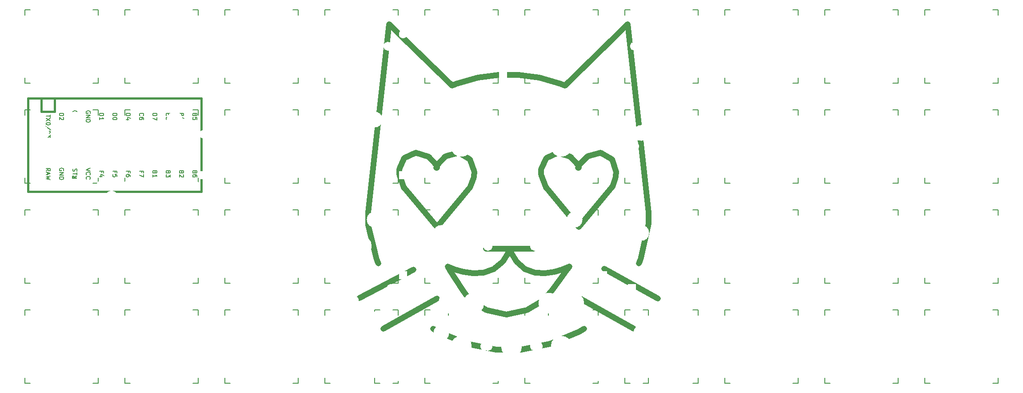
<source format=gto>
G04 #@! TF.GenerationSoftware,KiCad,Pcbnew,(5.1.12-1-10_14)*
G04 #@! TF.CreationDate,2022-04-14T21:34:18-06:00*
G04 #@! TF.ProjectId,banime40,62616e69-6d65-4343-902e-6b696361645f,rev?*
G04 #@! TF.SameCoordinates,Original*
G04 #@! TF.FileFunction,Legend,Top*
G04 #@! TF.FilePolarity,Positive*
%FSLAX46Y46*%
G04 Gerber Fmt 4.6, Leading zero omitted, Abs format (unit mm)*
G04 Created by KiCad (PCBNEW (5.1.12-1-10_14)) date 2022-04-14 21:34:18*
%MOMM*%
%LPD*%
G01*
G04 APERTURE LIST*
%ADD10C,1.102500*%
%ADD11C,0.381000*%
%ADD12C,0.150000*%
%ADD13C,1.752600*%
%ADD14R,1.752600X1.752600*%
%ADD15C,1.701800*%
%ADD16C,3.987800*%
%ADD17C,3.000000*%
%ADD18C,3.048000*%
%ADD19C,2.200000*%
%ADD20R,1.600000X1.600000*%
%ADD21C,1.600000*%
G04 APERTURE END LIST*
D10*
X162337970Y-99256120D02*
X162645620Y-98498545D01*
X109040495Y-105835840D02*
X119402526Y-100389910D01*
X112401545Y-98498545D02*
X112703421Y-99256120D01*
X110812055Y-91919035D02*
X112401545Y-98498545D01*
X110812055Y-89475160D02*
X110812055Y-91919035D01*
X114788406Y-53671840D02*
X110812055Y-89475160D01*
X126791060Y-65378500D02*
X114788406Y-53671840D01*
X127571525Y-65048065D02*
X126791060Y-65378500D01*
X131695820Y-63857470D02*
X127571525Y-65048065D01*
X135643715Y-63333310D02*
X131695820Y-63857470D01*
X136953905Y-63333310D02*
X135643715Y-63333310D01*
X138093155Y-63333310D02*
X136953905Y-63333310D01*
X139409120Y-63333310D02*
X138093155Y-63333310D01*
X143356805Y-63857470D02*
X139409120Y-63333310D01*
X147475430Y-65048065D02*
X143356805Y-63857470D01*
X148256000Y-65378500D02*
X147475430Y-65048065D01*
X160253090Y-53671840D02*
X148256000Y-65378500D01*
X164235005Y-89475160D02*
X160253090Y-53671840D01*
X164235005Y-91730980D02*
X164235005Y-89475160D01*
X128027225Y-78184405D02*
X130175000Y-79375000D01*
X125526545Y-78811045D02*
X128027225Y-78184405D01*
X123959840Y-80406205D02*
X125526545Y-78811045D01*
X123714980Y-81049855D02*
X123959840Y-80406205D01*
X150739670Y-80434660D02*
X150938960Y-81049855D01*
X149292665Y-78868060D02*
X150739670Y-80434660D01*
X146894465Y-78167395D02*
X149292665Y-78868060D01*
X144712670Y-79141480D02*
X146894465Y-78167395D01*
X143732810Y-81277705D02*
X144712670Y-79141480D01*
X143715696Y-81995485D02*
X143732810Y-81277705D01*
X143715696Y-82263235D02*
X143715696Y-81995485D01*
X144615860Y-84724120D02*
X143715696Y-82263235D01*
X144786695Y-84929185D02*
X144615860Y-84724120D01*
X150938960Y-92317720D02*
X144786695Y-84929185D01*
X157211030Y-84741235D02*
X150938960Y-92317720D01*
X157319180Y-84581635D02*
X157211030Y-84741235D01*
X157957265Y-82793065D02*
X157319180Y-84581635D01*
X157968710Y-82605010D02*
X157957265Y-82793065D01*
X158019950Y-81813205D02*
X157968710Y-82605010D01*
X157216700Y-79375000D02*
X158019950Y-81813205D01*
X155069135Y-78184405D02*
X157216700Y-79375000D01*
X152568245Y-78811045D02*
X155069135Y-78184405D01*
X151001750Y-80406205D02*
X152568245Y-78811045D01*
X150756680Y-81049855D02*
X151001750Y-80406205D01*
X161392340Y-111640660D02*
X151161245Y-105955435D01*
X165938210Y-105955435D02*
X155707115Y-100270315D01*
X124125006Y-112290086D02*
X123122466Y-111663446D01*
X129639500Y-114580135D02*
X124125006Y-112290086D01*
X135125225Y-115616905D02*
X129639500Y-114580135D01*
X136953905Y-115616905D02*
X135125225Y-115616905D01*
X138093155Y-115616905D02*
X136953905Y-115616905D01*
X139921835Y-115616905D02*
X138093155Y-115616905D01*
X145407665Y-114580135D02*
X139921835Y-115616905D01*
X150916280Y-112290086D02*
X145407665Y-114580135D01*
X151918820Y-111663446D02*
X150916280Y-112290086D01*
X113654615Y-111640660D02*
X123880250Y-105955435D01*
X149099045Y-99848635D02*
X149099045Y-99848635D01*
X149099045Y-99848635D02*
X149099045Y-99848635D01*
X148552100Y-100617655D02*
X149099045Y-99848635D01*
X147270365Y-102395095D02*
X148552100Y-100617655D01*
X145795010Y-104343265D02*
X147270365Y-102395095D01*
X144929075Y-105408595D02*
X145795010Y-104343265D01*
X144672875Y-105647890D02*
X144929075Y-105408595D01*
X143869625Y-106388455D02*
X144672875Y-105647890D01*
X140987060Y-108103105D02*
X143869625Y-106388455D01*
X137096390Y-108968935D02*
X140987060Y-108103105D01*
X133256750Y-108137230D02*
X137096390Y-108968935D01*
X130459760Y-106308655D02*
X133256750Y-108137230D01*
X129719195Y-105522520D02*
X130459760Y-106308655D01*
X129502685Y-105289000D02*
X129719195Y-105522520D01*
X128756450Y-104229340D02*
X129502685Y-105289000D01*
X127486055Y-102309625D02*
X128756450Y-104229340D01*
X126380930Y-100555075D02*
X127486055Y-102309625D01*
X125902445Y-99797290D02*
X126380930Y-100555075D01*
X125902445Y-99797290D02*
X125902445Y-99797290D01*
X125902445Y-99797290D02*
X125902445Y-99797290D01*
X126295460Y-99973900D02*
X125902445Y-99797290D01*
X127355120Y-100389910D02*
X126295460Y-99973900D01*
X128893265Y-100828495D02*
X127355120Y-100389910D01*
X130750295Y-101101915D02*
X128893265Y-100828495D01*
X132738365Y-100999435D02*
X130750295Y-101101915D01*
X134680865Y-100315780D02*
X132738365Y-100999435D01*
X136401290Y-98863106D02*
X134680865Y-100315780D01*
X137495075Y-97074536D02*
X136401290Y-98863106D01*
X137722820Y-96436451D02*
X137495075Y-97074536D01*
X137956445Y-97074536D02*
X137722820Y-96436451D01*
X139033115Y-98868776D02*
X137956445Y-97074536D01*
X140702195Y-100327120D02*
X139033115Y-98868776D01*
X142576445Y-101010775D02*
X140702195Y-100327120D01*
X144479150Y-101124700D02*
X142576445Y-101010775D01*
X146250710Y-100868290D02*
X144479150Y-101124700D01*
X147726170Y-100435375D02*
X146250710Y-100868290D01*
X148728710Y-100025245D02*
X147726170Y-100435375D01*
X149099045Y-99848635D02*
X148728710Y-100025245D01*
X149099045Y-99848635D02*
X149099045Y-99848635D01*
X142274465Y-96436451D02*
X133171280Y-96436451D01*
X123703640Y-80434660D02*
X123902930Y-81049855D01*
X122256635Y-78868060D02*
X123703640Y-80434660D01*
X119852556Y-78167395D02*
X122256635Y-78868060D01*
X117670760Y-79141480D02*
X119852556Y-78167395D01*
X116691005Y-81277705D02*
X117670760Y-79141480D01*
X116673890Y-81995485D02*
X116691005Y-81277705D01*
X116673890Y-82263235D02*
X116673890Y-81995485D01*
X117573950Y-84724120D02*
X116673890Y-82263235D01*
X117744891Y-84929185D02*
X117573950Y-84724120D01*
X123902930Y-92317720D02*
X117744891Y-84929185D01*
X130169225Y-84741235D02*
X123902930Y-92317720D01*
X130277480Y-84581635D02*
X130169225Y-84741235D01*
X130915460Y-82793065D02*
X130277480Y-84581635D01*
X162645620Y-98498545D02*
X164235005Y-91730980D01*
X130926905Y-82605010D02*
X130915460Y-82793065D01*
X130978040Y-81813205D02*
X130926905Y-82605010D01*
X130175000Y-79375000D02*
X130978040Y-81813205D01*
D11*
G04 #@! TO.C,U1*
X51100000Y-70400000D02*
X51100000Y-67860000D01*
X48560000Y-70400000D02*
X51100000Y-70400000D01*
D12*
G36*
X54849030Y-82794635D02*
G01*
X54949030Y-82794635D01*
X54949030Y-82894635D01*
X54849030Y-82894635D01*
X54849030Y-82794635D01*
G37*
X54849030Y-82794635D02*
X54949030Y-82794635D01*
X54949030Y-82894635D01*
X54849030Y-82894635D01*
X54849030Y-82794635D01*
G36*
X54449030Y-82994635D02*
G01*
X55249030Y-82994635D01*
X55249030Y-83094635D01*
X54449030Y-83094635D01*
X54449030Y-82994635D01*
G37*
X54449030Y-82994635D02*
X55249030Y-82994635D01*
X55249030Y-83094635D01*
X54449030Y-83094635D01*
X54449030Y-82994635D01*
G36*
X55049030Y-82594635D02*
G01*
X55249030Y-82594635D01*
X55249030Y-82694635D01*
X55049030Y-82694635D01*
X55049030Y-82594635D01*
G37*
X55049030Y-82594635D02*
X55249030Y-82594635D01*
X55249030Y-82694635D01*
X55049030Y-82694635D01*
X55049030Y-82594635D01*
G36*
X54449030Y-82594635D02*
G01*
X54749030Y-82594635D01*
X54749030Y-82694635D01*
X54449030Y-82694635D01*
X54449030Y-82594635D01*
G37*
X54449030Y-82594635D02*
X54749030Y-82594635D01*
X54749030Y-82694635D01*
X54449030Y-82694635D01*
X54449030Y-82594635D01*
G36*
X54449030Y-82594635D02*
G01*
X54549030Y-82594635D01*
X54549030Y-83094635D01*
X54449030Y-83094635D01*
X54449030Y-82594635D01*
G37*
X54449030Y-82594635D02*
X54549030Y-82594635D01*
X54549030Y-83094635D01*
X54449030Y-83094635D01*
X54449030Y-82594635D01*
D11*
X79040000Y-85640000D02*
X46020000Y-85640000D01*
X79040000Y-67860000D02*
X79040000Y-85640000D01*
X46020000Y-67860000D02*
X79040000Y-67860000D01*
X46020000Y-85640000D02*
X46020000Y-67860000D01*
X48560000Y-70400000D02*
X48560000Y-67860000D01*
D12*
G04 #@! TO.C,SW2*
X197787500Y-51943750D02*
X197787500Y-50943750D01*
X197787500Y-64943750D02*
X198787500Y-64943750D01*
X198787500Y-50943750D02*
X197787500Y-50943750D01*
X197787500Y-64943750D02*
X197787500Y-63943750D01*
X211787500Y-63943750D02*
X211787500Y-64943750D01*
X211787500Y-50943750D02*
X210787500Y-50943750D01*
X210787500Y-64943750D02*
X211787500Y-64943750D01*
X211787500Y-50943750D02*
X211787500Y-51943750D01*
G04 #@! TO.C,SW3*
X178737500Y-51943750D02*
X178737500Y-50943750D01*
X178737500Y-64943750D02*
X179737500Y-64943750D01*
X179737500Y-50943750D02*
X178737500Y-50943750D01*
X178737500Y-64943750D02*
X178737500Y-63943750D01*
X192737500Y-63943750D02*
X192737500Y-64943750D01*
X192737500Y-50943750D02*
X191737500Y-50943750D01*
X191737500Y-64943750D02*
X192737500Y-64943750D01*
X192737500Y-50943750D02*
X192737500Y-51943750D01*
G04 #@! TO.C,SW11*
X216837500Y-70993750D02*
X216837500Y-69993750D01*
X216837500Y-83993750D02*
X217837500Y-83993750D01*
X217837500Y-69993750D02*
X216837500Y-69993750D01*
X216837500Y-83993750D02*
X216837500Y-82993750D01*
X230837500Y-82993750D02*
X230837500Y-83993750D01*
X230837500Y-69993750D02*
X229837500Y-69993750D01*
X229837500Y-83993750D02*
X230837500Y-83993750D01*
X230837500Y-69993750D02*
X230837500Y-70993750D01*
G04 #@! TO.C,SW43*
X145112500Y-121093750D02*
X145112500Y-122093750D01*
X145112500Y-108093750D02*
X144112500Y-108093750D01*
X144112500Y-122093750D02*
X145112500Y-122093750D01*
X145112500Y-108093750D02*
X145112500Y-109093750D01*
X131112500Y-109093750D02*
X131112500Y-108093750D01*
X131112500Y-122093750D02*
X132112500Y-122093750D01*
X132112500Y-108093750D02*
X131112500Y-108093750D01*
X131112500Y-122093750D02*
X131112500Y-121093750D01*
G04 #@! TO.C,SW42*
X126062500Y-121093750D02*
X126062500Y-122093750D01*
X126062500Y-108093750D02*
X125062500Y-108093750D01*
X125062500Y-122093750D02*
X126062500Y-122093750D01*
X126062500Y-108093750D02*
X126062500Y-109093750D01*
X112062500Y-109093750D02*
X112062500Y-108093750D01*
X112062500Y-122093750D02*
X113062500Y-122093750D01*
X113062500Y-108093750D02*
X112062500Y-108093750D01*
X112062500Y-122093750D02*
X112062500Y-121093750D01*
G04 #@! TO.C,SW41*
X164162500Y-121093750D02*
X164162500Y-122093750D01*
X164162500Y-108093750D02*
X163162500Y-108093750D01*
X163162500Y-122093750D02*
X164162500Y-122093750D01*
X164162500Y-108093750D02*
X164162500Y-109093750D01*
X150162500Y-109093750D02*
X150162500Y-108093750D01*
X150162500Y-122093750D02*
X151162500Y-122093750D01*
X151162500Y-108093750D02*
X150162500Y-108093750D01*
X150162500Y-122093750D02*
X150162500Y-121093750D01*
G04 #@! TO.C,SW40*
X45387500Y-109093750D02*
X45387500Y-108093750D01*
X45387500Y-122093750D02*
X46387500Y-122093750D01*
X46387500Y-108093750D02*
X45387500Y-108093750D01*
X45387500Y-122093750D02*
X45387500Y-121093750D01*
X59387500Y-121093750D02*
X59387500Y-122093750D01*
X59387500Y-108093750D02*
X58387500Y-108093750D01*
X58387500Y-122093750D02*
X59387500Y-122093750D01*
X59387500Y-108093750D02*
X59387500Y-109093750D01*
G04 #@! TO.C,SW39*
X64437500Y-109093750D02*
X64437500Y-108093750D01*
X64437500Y-122093750D02*
X65437500Y-122093750D01*
X65437500Y-108093750D02*
X64437500Y-108093750D01*
X64437500Y-122093750D02*
X64437500Y-121093750D01*
X78437500Y-121093750D02*
X78437500Y-122093750D01*
X78437500Y-108093750D02*
X77437500Y-108093750D01*
X77437500Y-122093750D02*
X78437500Y-122093750D01*
X78437500Y-108093750D02*
X78437500Y-109093750D01*
G04 #@! TO.C,SW38*
X83487500Y-109093750D02*
X83487500Y-108093750D01*
X83487500Y-122093750D02*
X84487500Y-122093750D01*
X84487500Y-108093750D02*
X83487500Y-108093750D01*
X83487500Y-122093750D02*
X83487500Y-121093750D01*
X97487500Y-121093750D02*
X97487500Y-122093750D01*
X97487500Y-108093750D02*
X96487500Y-108093750D01*
X96487500Y-122093750D02*
X97487500Y-122093750D01*
X97487500Y-108093750D02*
X97487500Y-109093750D01*
G04 #@! TO.C,SW37*
X102537500Y-109093750D02*
X102537500Y-108093750D01*
X102537500Y-122093750D02*
X103537500Y-122093750D01*
X103537500Y-108093750D02*
X102537500Y-108093750D01*
X102537500Y-122093750D02*
X102537500Y-121093750D01*
X116537500Y-121093750D02*
X116537500Y-122093750D01*
X116537500Y-108093750D02*
X115537500Y-108093750D01*
X115537500Y-122093750D02*
X116537500Y-122093750D01*
X116537500Y-108093750D02*
X116537500Y-109093750D01*
G04 #@! TO.C,SW36*
X121587500Y-109093750D02*
X121587500Y-108093750D01*
X121587500Y-122093750D02*
X122587500Y-122093750D01*
X122587500Y-108093750D02*
X121587500Y-108093750D01*
X121587500Y-122093750D02*
X121587500Y-121093750D01*
X135587500Y-121093750D02*
X135587500Y-122093750D01*
X135587500Y-108093750D02*
X134587500Y-108093750D01*
X134587500Y-122093750D02*
X135587500Y-122093750D01*
X135587500Y-108093750D02*
X135587500Y-109093750D01*
G04 #@! TO.C,SW35*
X140637500Y-109093750D02*
X140637500Y-108093750D01*
X140637500Y-122093750D02*
X141637500Y-122093750D01*
X141637500Y-108093750D02*
X140637500Y-108093750D01*
X140637500Y-122093750D02*
X140637500Y-121093750D01*
X154637500Y-121093750D02*
X154637500Y-122093750D01*
X154637500Y-108093750D02*
X153637500Y-108093750D01*
X153637500Y-122093750D02*
X154637500Y-122093750D01*
X154637500Y-108093750D02*
X154637500Y-109093750D01*
G04 #@! TO.C,SW34*
X159687500Y-109093750D02*
X159687500Y-108093750D01*
X159687500Y-122093750D02*
X160687500Y-122093750D01*
X160687500Y-108093750D02*
X159687500Y-108093750D01*
X159687500Y-122093750D02*
X159687500Y-121093750D01*
X173687500Y-121093750D02*
X173687500Y-122093750D01*
X173687500Y-108093750D02*
X172687500Y-108093750D01*
X172687500Y-122093750D02*
X173687500Y-122093750D01*
X173687500Y-108093750D02*
X173687500Y-109093750D01*
G04 #@! TO.C,SW33*
X178737500Y-109093750D02*
X178737500Y-108093750D01*
X178737500Y-122093750D02*
X179737500Y-122093750D01*
X179737500Y-108093750D02*
X178737500Y-108093750D01*
X178737500Y-122093750D02*
X178737500Y-121093750D01*
X192737500Y-121093750D02*
X192737500Y-122093750D01*
X192737500Y-108093750D02*
X191737500Y-108093750D01*
X191737500Y-122093750D02*
X192737500Y-122093750D01*
X192737500Y-108093750D02*
X192737500Y-109093750D01*
G04 #@! TO.C,SW32*
X197787500Y-109093750D02*
X197787500Y-108093750D01*
X197787500Y-122093750D02*
X198787500Y-122093750D01*
X198787500Y-108093750D02*
X197787500Y-108093750D01*
X197787500Y-122093750D02*
X197787500Y-121093750D01*
X211787500Y-121093750D02*
X211787500Y-122093750D01*
X211787500Y-108093750D02*
X210787500Y-108093750D01*
X210787500Y-122093750D02*
X211787500Y-122093750D01*
X211787500Y-108093750D02*
X211787500Y-109093750D01*
G04 #@! TO.C,SW31*
X216837500Y-109093750D02*
X216837500Y-108093750D01*
X216837500Y-122093750D02*
X217837500Y-122093750D01*
X217837500Y-108093750D02*
X216837500Y-108093750D01*
X216837500Y-122093750D02*
X216837500Y-121093750D01*
X230837500Y-121093750D02*
X230837500Y-122093750D01*
X230837500Y-108093750D02*
X229837500Y-108093750D01*
X229837500Y-122093750D02*
X230837500Y-122093750D01*
X230837500Y-108093750D02*
X230837500Y-109093750D01*
G04 #@! TO.C,SW30*
X45387500Y-90043750D02*
X45387500Y-89043750D01*
X45387500Y-103043750D02*
X46387500Y-103043750D01*
X46387500Y-89043750D02*
X45387500Y-89043750D01*
X45387500Y-103043750D02*
X45387500Y-102043750D01*
X59387500Y-102043750D02*
X59387500Y-103043750D01*
X59387500Y-89043750D02*
X58387500Y-89043750D01*
X58387500Y-103043750D02*
X59387500Y-103043750D01*
X59387500Y-89043750D02*
X59387500Y-90043750D01*
G04 #@! TO.C,SW29*
X64437500Y-90043750D02*
X64437500Y-89043750D01*
X64437500Y-103043750D02*
X65437500Y-103043750D01*
X65437500Y-89043750D02*
X64437500Y-89043750D01*
X64437500Y-103043750D02*
X64437500Y-102043750D01*
X78437500Y-102043750D02*
X78437500Y-103043750D01*
X78437500Y-89043750D02*
X77437500Y-89043750D01*
X77437500Y-103043750D02*
X78437500Y-103043750D01*
X78437500Y-89043750D02*
X78437500Y-90043750D01*
G04 #@! TO.C,SW28*
X83487500Y-90043750D02*
X83487500Y-89043750D01*
X83487500Y-103043750D02*
X84487500Y-103043750D01*
X84487500Y-89043750D02*
X83487500Y-89043750D01*
X83487500Y-103043750D02*
X83487500Y-102043750D01*
X97487500Y-102043750D02*
X97487500Y-103043750D01*
X97487500Y-89043750D02*
X96487500Y-89043750D01*
X96487500Y-103043750D02*
X97487500Y-103043750D01*
X97487500Y-89043750D02*
X97487500Y-90043750D01*
G04 #@! TO.C,SW27*
X102537500Y-90043750D02*
X102537500Y-89043750D01*
X102537500Y-103043750D02*
X103537500Y-103043750D01*
X103537500Y-89043750D02*
X102537500Y-89043750D01*
X102537500Y-103043750D02*
X102537500Y-102043750D01*
X116537500Y-102043750D02*
X116537500Y-103043750D01*
X116537500Y-89043750D02*
X115537500Y-89043750D01*
X115537500Y-103043750D02*
X116537500Y-103043750D01*
X116537500Y-89043750D02*
X116537500Y-90043750D01*
G04 #@! TO.C,SW26*
X121587500Y-90043750D02*
X121587500Y-89043750D01*
X121587500Y-103043750D02*
X122587500Y-103043750D01*
X122587500Y-89043750D02*
X121587500Y-89043750D01*
X121587500Y-103043750D02*
X121587500Y-102043750D01*
X135587500Y-102043750D02*
X135587500Y-103043750D01*
X135587500Y-89043750D02*
X134587500Y-89043750D01*
X134587500Y-103043750D02*
X135587500Y-103043750D01*
X135587500Y-89043750D02*
X135587500Y-90043750D01*
G04 #@! TO.C,SW25*
X140637500Y-90043750D02*
X140637500Y-89043750D01*
X140637500Y-103043750D02*
X141637500Y-103043750D01*
X141637500Y-89043750D02*
X140637500Y-89043750D01*
X140637500Y-103043750D02*
X140637500Y-102043750D01*
X154637500Y-102043750D02*
X154637500Y-103043750D01*
X154637500Y-89043750D02*
X153637500Y-89043750D01*
X153637500Y-103043750D02*
X154637500Y-103043750D01*
X154637500Y-89043750D02*
X154637500Y-90043750D01*
G04 #@! TO.C,SW24*
X159687500Y-90043750D02*
X159687500Y-89043750D01*
X159687500Y-103043750D02*
X160687500Y-103043750D01*
X160687500Y-89043750D02*
X159687500Y-89043750D01*
X159687500Y-103043750D02*
X159687500Y-102043750D01*
X173687500Y-102043750D02*
X173687500Y-103043750D01*
X173687500Y-89043750D02*
X172687500Y-89043750D01*
X172687500Y-103043750D02*
X173687500Y-103043750D01*
X173687500Y-89043750D02*
X173687500Y-90043750D01*
G04 #@! TO.C,SW23*
X178737500Y-90043750D02*
X178737500Y-89043750D01*
X178737500Y-103043750D02*
X179737500Y-103043750D01*
X179737500Y-89043750D02*
X178737500Y-89043750D01*
X178737500Y-103043750D02*
X178737500Y-102043750D01*
X192737500Y-102043750D02*
X192737500Y-103043750D01*
X192737500Y-89043750D02*
X191737500Y-89043750D01*
X191737500Y-103043750D02*
X192737500Y-103043750D01*
X192737500Y-89043750D02*
X192737500Y-90043750D01*
G04 #@! TO.C,SW22*
X197787500Y-90043750D02*
X197787500Y-89043750D01*
X197787500Y-103043750D02*
X198787500Y-103043750D01*
X198787500Y-89043750D02*
X197787500Y-89043750D01*
X197787500Y-103043750D02*
X197787500Y-102043750D01*
X211787500Y-102043750D02*
X211787500Y-103043750D01*
X211787500Y-89043750D02*
X210787500Y-89043750D01*
X210787500Y-103043750D02*
X211787500Y-103043750D01*
X211787500Y-89043750D02*
X211787500Y-90043750D01*
G04 #@! TO.C,SW21*
X216837500Y-90043750D02*
X216837500Y-89043750D01*
X216837500Y-103043750D02*
X217837500Y-103043750D01*
X217837500Y-89043750D02*
X216837500Y-89043750D01*
X216837500Y-103043750D02*
X216837500Y-102043750D01*
X230837500Y-102043750D02*
X230837500Y-103043750D01*
X230837500Y-89043750D02*
X229837500Y-89043750D01*
X229837500Y-103043750D02*
X230837500Y-103043750D01*
X230837500Y-89043750D02*
X230837500Y-90043750D01*
G04 #@! TO.C,SW20*
X45387500Y-70993750D02*
X45387500Y-69993750D01*
X45387500Y-83993750D02*
X46387500Y-83993750D01*
X46387500Y-69993750D02*
X45387500Y-69993750D01*
X45387500Y-83993750D02*
X45387500Y-82993750D01*
X59387500Y-82993750D02*
X59387500Y-83993750D01*
X59387500Y-69993750D02*
X58387500Y-69993750D01*
X58387500Y-83993750D02*
X59387500Y-83993750D01*
X59387500Y-69993750D02*
X59387500Y-70993750D01*
G04 #@! TO.C,SW19*
X64437500Y-70993750D02*
X64437500Y-69993750D01*
X64437500Y-83993750D02*
X65437500Y-83993750D01*
X65437500Y-69993750D02*
X64437500Y-69993750D01*
X64437500Y-83993750D02*
X64437500Y-82993750D01*
X78437500Y-82993750D02*
X78437500Y-83993750D01*
X78437500Y-69993750D02*
X77437500Y-69993750D01*
X77437500Y-83993750D02*
X78437500Y-83993750D01*
X78437500Y-69993750D02*
X78437500Y-70993750D01*
G04 #@! TO.C,SW18*
X83487500Y-70993750D02*
X83487500Y-69993750D01*
X83487500Y-83993750D02*
X84487500Y-83993750D01*
X84487500Y-69993750D02*
X83487500Y-69993750D01*
X83487500Y-83993750D02*
X83487500Y-82993750D01*
X97487500Y-82993750D02*
X97487500Y-83993750D01*
X97487500Y-69993750D02*
X96487500Y-69993750D01*
X96487500Y-83993750D02*
X97487500Y-83993750D01*
X97487500Y-69993750D02*
X97487500Y-70993750D01*
G04 #@! TO.C,SW17*
X102537500Y-70993750D02*
X102537500Y-69993750D01*
X102537500Y-83993750D02*
X103537500Y-83993750D01*
X103537500Y-69993750D02*
X102537500Y-69993750D01*
X102537500Y-83993750D02*
X102537500Y-82993750D01*
X116537500Y-82993750D02*
X116537500Y-83993750D01*
X116537500Y-69993750D02*
X115537500Y-69993750D01*
X115537500Y-83993750D02*
X116537500Y-83993750D01*
X116537500Y-69993750D02*
X116537500Y-70993750D01*
G04 #@! TO.C,SW16*
X121587500Y-70993750D02*
X121587500Y-69993750D01*
X121587500Y-83993750D02*
X122587500Y-83993750D01*
X122587500Y-69993750D02*
X121587500Y-69993750D01*
X121587500Y-83993750D02*
X121587500Y-82993750D01*
X135587500Y-82993750D02*
X135587500Y-83993750D01*
X135587500Y-69993750D02*
X134587500Y-69993750D01*
X134587500Y-83993750D02*
X135587500Y-83993750D01*
X135587500Y-69993750D02*
X135587500Y-70993750D01*
G04 #@! TO.C,SW15*
X140637500Y-70993750D02*
X140637500Y-69993750D01*
X140637500Y-83993750D02*
X141637500Y-83993750D01*
X141637500Y-69993750D02*
X140637500Y-69993750D01*
X140637500Y-83993750D02*
X140637500Y-82993750D01*
X154637500Y-82993750D02*
X154637500Y-83993750D01*
X154637500Y-69993750D02*
X153637500Y-69993750D01*
X153637500Y-83993750D02*
X154637500Y-83993750D01*
X154637500Y-69993750D02*
X154637500Y-70993750D01*
G04 #@! TO.C,SW14*
X159687500Y-70993750D02*
X159687500Y-69993750D01*
X159687500Y-83993750D02*
X160687500Y-83993750D01*
X160687500Y-69993750D02*
X159687500Y-69993750D01*
X159687500Y-83993750D02*
X159687500Y-82993750D01*
X173687500Y-82993750D02*
X173687500Y-83993750D01*
X173687500Y-69993750D02*
X172687500Y-69993750D01*
X172687500Y-83993750D02*
X173687500Y-83993750D01*
X173687500Y-69993750D02*
X173687500Y-70993750D01*
G04 #@! TO.C,SW13*
X178737500Y-70993750D02*
X178737500Y-69993750D01*
X178737500Y-83993750D02*
X179737500Y-83993750D01*
X179737500Y-69993750D02*
X178737500Y-69993750D01*
X178737500Y-83993750D02*
X178737500Y-82993750D01*
X192737500Y-82993750D02*
X192737500Y-83993750D01*
X192737500Y-69993750D02*
X191737500Y-69993750D01*
X191737500Y-83993750D02*
X192737500Y-83993750D01*
X192737500Y-69993750D02*
X192737500Y-70993750D01*
G04 #@! TO.C,SW12*
X197787500Y-70993750D02*
X197787500Y-69993750D01*
X197787500Y-83993750D02*
X198787500Y-83993750D01*
X198787500Y-69993750D02*
X197787500Y-69993750D01*
X197787500Y-83993750D02*
X197787500Y-82993750D01*
X211787500Y-82993750D02*
X211787500Y-83993750D01*
X211787500Y-69993750D02*
X210787500Y-69993750D01*
X210787500Y-83993750D02*
X211787500Y-83993750D01*
X211787500Y-69993750D02*
X211787500Y-70993750D01*
G04 #@! TO.C,SW10*
X45387500Y-51943750D02*
X45387500Y-50943750D01*
X45387500Y-64943750D02*
X46387500Y-64943750D01*
X46387500Y-50943750D02*
X45387500Y-50943750D01*
X45387500Y-64943750D02*
X45387500Y-63943750D01*
X59387500Y-63943750D02*
X59387500Y-64943750D01*
X59387500Y-50943750D02*
X58387500Y-50943750D01*
X58387500Y-64943750D02*
X59387500Y-64943750D01*
X59387500Y-50943750D02*
X59387500Y-51943750D01*
G04 #@! TO.C,SW9*
X64437500Y-51943750D02*
X64437500Y-50943750D01*
X64437500Y-64943750D02*
X65437500Y-64943750D01*
X65437500Y-50943750D02*
X64437500Y-50943750D01*
X64437500Y-64943750D02*
X64437500Y-63943750D01*
X78437500Y-63943750D02*
X78437500Y-64943750D01*
X78437500Y-50943750D02*
X77437500Y-50943750D01*
X77437500Y-64943750D02*
X78437500Y-64943750D01*
X78437500Y-50943750D02*
X78437500Y-51943750D01*
G04 #@! TO.C,SW8*
X83487500Y-51943750D02*
X83487500Y-50943750D01*
X83487500Y-64943750D02*
X84487500Y-64943750D01*
X84487500Y-50943750D02*
X83487500Y-50943750D01*
X83487500Y-64943750D02*
X83487500Y-63943750D01*
X97487500Y-63943750D02*
X97487500Y-64943750D01*
X97487500Y-50943750D02*
X96487500Y-50943750D01*
X96487500Y-64943750D02*
X97487500Y-64943750D01*
X97487500Y-50943750D02*
X97487500Y-51943750D01*
G04 #@! TO.C,SW7*
X102537500Y-51943750D02*
X102537500Y-50943750D01*
X102537500Y-64943750D02*
X103537500Y-64943750D01*
X103537500Y-50943750D02*
X102537500Y-50943750D01*
X102537500Y-64943750D02*
X102537500Y-63943750D01*
X116537500Y-63943750D02*
X116537500Y-64943750D01*
X116537500Y-50943750D02*
X115537500Y-50943750D01*
X115537500Y-64943750D02*
X116537500Y-64943750D01*
X116537500Y-50943750D02*
X116537500Y-51943750D01*
G04 #@! TO.C,SW6*
X121587500Y-51943750D02*
X121587500Y-50943750D01*
X121587500Y-64943750D02*
X122587500Y-64943750D01*
X122587500Y-50943750D02*
X121587500Y-50943750D01*
X121587500Y-64943750D02*
X121587500Y-63943750D01*
X135587500Y-63943750D02*
X135587500Y-64943750D01*
X135587500Y-50943750D02*
X134587500Y-50943750D01*
X134587500Y-64943750D02*
X135587500Y-64943750D01*
X135587500Y-50943750D02*
X135587500Y-51943750D01*
G04 #@! TO.C,SW5*
X140637500Y-51943750D02*
X140637500Y-50943750D01*
X140637500Y-64943750D02*
X141637500Y-64943750D01*
X141637500Y-50943750D02*
X140637500Y-50943750D01*
X140637500Y-64943750D02*
X140637500Y-63943750D01*
X154637500Y-63943750D02*
X154637500Y-64943750D01*
X154637500Y-50943750D02*
X153637500Y-50943750D01*
X153637500Y-64943750D02*
X154637500Y-64943750D01*
X154637500Y-50943750D02*
X154637500Y-51943750D01*
G04 #@! TO.C,SW4*
X159687500Y-51943750D02*
X159687500Y-50943750D01*
X159687500Y-64943750D02*
X160687500Y-64943750D01*
X160687500Y-50943750D02*
X159687500Y-50943750D01*
X159687500Y-64943750D02*
X159687500Y-63943750D01*
X173687500Y-63943750D02*
X173687500Y-64943750D01*
X173687500Y-50943750D02*
X172687500Y-50943750D01*
X172687500Y-64943750D02*
X173687500Y-64943750D01*
X173687500Y-50943750D02*
X173687500Y-51943750D01*
G04 #@! TO.C,SW1*
X216837500Y-51943750D02*
X216837500Y-50943750D01*
X216837500Y-64943750D02*
X217837500Y-64943750D01*
X217837500Y-50943750D02*
X216837500Y-50943750D01*
X216837500Y-64943750D02*
X216837500Y-63943750D01*
X230837500Y-63943750D02*
X230837500Y-64943750D01*
X230837500Y-50943750D02*
X229837500Y-50943750D01*
X229837500Y-64943750D02*
X230837500Y-64943750D01*
X230837500Y-50943750D02*
X230837500Y-51943750D01*
G04 #@! TO.C,U1*
X54566190Y-81256666D02*
X54528095Y-81370952D01*
X54528095Y-81561428D01*
X54566190Y-81637619D01*
X54604285Y-81675714D01*
X54680476Y-81713809D01*
X54756666Y-81713809D01*
X54832857Y-81675714D01*
X54870952Y-81637619D01*
X54909047Y-81561428D01*
X54947142Y-81409047D01*
X54985238Y-81332857D01*
X55023333Y-81294761D01*
X55099523Y-81256666D01*
X55175714Y-81256666D01*
X55251904Y-81294761D01*
X55290000Y-81332857D01*
X55328095Y-81409047D01*
X55328095Y-81599523D01*
X55290000Y-81713809D01*
X55328095Y-81942380D02*
X55328095Y-82399523D01*
X54528095Y-82170952D02*
X55328095Y-82170952D01*
X50268095Y-70987651D02*
X50268095Y-71444794D01*
X49468095Y-71216223D02*
X50268095Y-71216223D01*
X50268095Y-71635270D02*
X49468095Y-72168604D01*
X50268095Y-72168604D02*
X49468095Y-71635270D01*
X50268095Y-72625747D02*
X50268095Y-72701937D01*
X50230000Y-72778128D01*
X50191904Y-72816223D01*
X50115714Y-72854318D01*
X49963333Y-72892413D01*
X49772857Y-72892413D01*
X49620476Y-72854318D01*
X49544285Y-72816223D01*
X49506190Y-72778128D01*
X49468095Y-72701937D01*
X49468095Y-72625747D01*
X49506190Y-72549556D01*
X49544285Y-72511461D01*
X49620476Y-72473366D01*
X49772857Y-72435270D01*
X49963333Y-72435270D01*
X50115714Y-72473366D01*
X50191904Y-72511461D01*
X50230000Y-72549556D01*
X50268095Y-72625747D01*
X50306190Y-73806699D02*
X49277619Y-73120985D01*
X49468095Y-74073366D02*
X50268095Y-74073366D01*
X50268095Y-74263842D01*
X50230000Y-74378128D01*
X50153809Y-74454318D01*
X50077619Y-74492413D01*
X49925238Y-74530508D01*
X49810952Y-74530508D01*
X49658571Y-74492413D01*
X49582380Y-74454318D01*
X49506190Y-74378128D01*
X49468095Y-74263842D01*
X49468095Y-74073366D01*
X50268095Y-74797175D02*
X50268095Y-75292413D01*
X49963333Y-75025747D01*
X49963333Y-75140032D01*
X49925238Y-75216223D01*
X49887142Y-75254318D01*
X49810952Y-75292413D01*
X49620476Y-75292413D01*
X49544285Y-75254318D01*
X49506190Y-75216223D01*
X49468095Y-75140032D01*
X49468095Y-74911461D01*
X49506190Y-74835270D01*
X49544285Y-74797175D01*
X75287142Y-81887190D02*
X75249047Y-82001476D01*
X75210952Y-82039571D01*
X75134761Y-82077666D01*
X75020476Y-82077666D01*
X74944285Y-82039571D01*
X74906190Y-82001476D01*
X74868095Y-81925285D01*
X74868095Y-81620523D01*
X75668095Y-81620523D01*
X75668095Y-81887190D01*
X75630000Y-81963380D01*
X75591904Y-82001476D01*
X75515714Y-82039571D01*
X75439523Y-82039571D01*
X75363333Y-82001476D01*
X75325238Y-81963380D01*
X75287142Y-81887190D01*
X75287142Y-81620523D01*
X75591904Y-82382428D02*
X75630000Y-82420523D01*
X75668095Y-82496714D01*
X75668095Y-82687190D01*
X75630000Y-82763380D01*
X75591904Y-82801476D01*
X75515714Y-82839571D01*
X75439523Y-82839571D01*
X75325238Y-82801476D01*
X74868095Y-82344333D01*
X74868095Y-82839571D01*
X67667142Y-81944333D02*
X67667142Y-81677666D01*
X67248095Y-81677666D02*
X68048095Y-81677666D01*
X68048095Y-82058619D01*
X68048095Y-82287190D02*
X68048095Y-82820523D01*
X67248095Y-82477666D01*
X65127142Y-81944333D02*
X65127142Y-81677666D01*
X64708095Y-81677666D02*
X65508095Y-81677666D01*
X65508095Y-82058619D01*
X65508095Y-82706238D02*
X65508095Y-82553857D01*
X65470000Y-82477666D01*
X65431904Y-82439571D01*
X65317619Y-82363380D01*
X65165238Y-82325285D01*
X64860476Y-82325285D01*
X64784285Y-82363380D01*
X64746190Y-82401476D01*
X64708095Y-82477666D01*
X64708095Y-82630047D01*
X64746190Y-82706238D01*
X64784285Y-82744333D01*
X64860476Y-82782428D01*
X65050952Y-82782428D01*
X65127142Y-82744333D01*
X65165238Y-82706238D01*
X65203333Y-82630047D01*
X65203333Y-82477666D01*
X65165238Y-82401476D01*
X65127142Y-82363380D01*
X65050952Y-82325285D01*
X62587142Y-81944333D02*
X62587142Y-81677666D01*
X62168095Y-81677666D02*
X62968095Y-81677666D01*
X62968095Y-82058619D01*
X62968095Y-82744333D02*
X62968095Y-82363380D01*
X62587142Y-82325285D01*
X62625238Y-82363380D01*
X62663333Y-82439571D01*
X62663333Y-82630047D01*
X62625238Y-82706238D01*
X62587142Y-82744333D01*
X62510952Y-82782428D01*
X62320476Y-82782428D01*
X62244285Y-82744333D01*
X62206190Y-82706238D01*
X62168095Y-82630047D01*
X62168095Y-82439571D01*
X62206190Y-82363380D01*
X62244285Y-82325285D01*
X49468095Y-81658619D02*
X49849047Y-81391952D01*
X49468095Y-81201476D02*
X50268095Y-81201476D01*
X50268095Y-81506238D01*
X50230000Y-81582428D01*
X50191904Y-81620523D01*
X50115714Y-81658619D01*
X50001428Y-81658619D01*
X49925238Y-81620523D01*
X49887142Y-81582428D01*
X49849047Y-81506238D01*
X49849047Y-81201476D01*
X49696666Y-81963380D02*
X49696666Y-82344333D01*
X49468095Y-81887190D02*
X50268095Y-82153857D01*
X49468095Y-82420523D01*
X50268095Y-82611000D02*
X49468095Y-82801476D01*
X50039523Y-82953857D01*
X49468095Y-83106238D01*
X50268095Y-83296714D01*
X52770000Y-81601476D02*
X52808095Y-81525285D01*
X52808095Y-81411000D01*
X52770000Y-81296714D01*
X52693809Y-81220523D01*
X52617619Y-81182428D01*
X52465238Y-81144333D01*
X52350952Y-81144333D01*
X52198571Y-81182428D01*
X52122380Y-81220523D01*
X52046190Y-81296714D01*
X52008095Y-81411000D01*
X52008095Y-81487190D01*
X52046190Y-81601476D01*
X52084285Y-81639571D01*
X52350952Y-81639571D01*
X52350952Y-81487190D01*
X52008095Y-81982428D02*
X52808095Y-81982428D01*
X52008095Y-82439571D01*
X52808095Y-82439571D01*
X52008095Y-82820523D02*
X52808095Y-82820523D01*
X52808095Y-83011000D01*
X52770000Y-83125285D01*
X52693809Y-83201476D01*
X52617619Y-83239571D01*
X52465238Y-83277666D01*
X52350952Y-83277666D01*
X52198571Y-83239571D01*
X52122380Y-83201476D01*
X52046190Y-83125285D01*
X52008095Y-83011000D01*
X52008095Y-82820523D01*
X57888095Y-81144333D02*
X57088095Y-81411000D01*
X57888095Y-81677666D01*
X57164285Y-82401476D02*
X57126190Y-82363380D01*
X57088095Y-82249095D01*
X57088095Y-82172904D01*
X57126190Y-82058619D01*
X57202380Y-81982428D01*
X57278571Y-81944333D01*
X57430952Y-81906238D01*
X57545238Y-81906238D01*
X57697619Y-81944333D01*
X57773809Y-81982428D01*
X57850000Y-82058619D01*
X57888095Y-82172904D01*
X57888095Y-82249095D01*
X57850000Y-82363380D01*
X57811904Y-82401476D01*
X57164285Y-83201476D02*
X57126190Y-83163380D01*
X57088095Y-83049095D01*
X57088095Y-82972904D01*
X57126190Y-82858619D01*
X57202380Y-82782428D01*
X57278571Y-82744333D01*
X57430952Y-82706238D01*
X57545238Y-82706238D01*
X57697619Y-82744333D01*
X57773809Y-82782428D01*
X57850000Y-82858619D01*
X57888095Y-82972904D01*
X57888095Y-83049095D01*
X57850000Y-83163380D01*
X57811904Y-83201476D01*
X60047142Y-81944333D02*
X60047142Y-81677666D01*
X59628095Y-81677666D02*
X60428095Y-81677666D01*
X60428095Y-82058619D01*
X60161428Y-82706238D02*
X59628095Y-82706238D01*
X60466190Y-82515761D02*
X59894761Y-82325285D01*
X59894761Y-82820523D01*
X70207142Y-81887190D02*
X70169047Y-82001476D01*
X70130952Y-82039571D01*
X70054761Y-82077666D01*
X69940476Y-82077666D01*
X69864285Y-82039571D01*
X69826190Y-82001476D01*
X69788095Y-81925285D01*
X69788095Y-81620523D01*
X70588095Y-81620523D01*
X70588095Y-81887190D01*
X70550000Y-81963380D01*
X70511904Y-82001476D01*
X70435714Y-82039571D01*
X70359523Y-82039571D01*
X70283333Y-82001476D01*
X70245238Y-81963380D01*
X70207142Y-81887190D01*
X70207142Y-81620523D01*
X69788095Y-82839571D02*
X69788095Y-82382428D01*
X69788095Y-82611000D02*
X70588095Y-82611000D01*
X70473809Y-82534809D01*
X70397619Y-82458619D01*
X70359523Y-82382428D01*
X72747142Y-81887190D02*
X72709047Y-82001476D01*
X72670952Y-82039571D01*
X72594761Y-82077666D01*
X72480476Y-82077666D01*
X72404285Y-82039571D01*
X72366190Y-82001476D01*
X72328095Y-81925285D01*
X72328095Y-81620523D01*
X73128095Y-81620523D01*
X73128095Y-81887190D01*
X73090000Y-81963380D01*
X73051904Y-82001476D01*
X72975714Y-82039571D01*
X72899523Y-82039571D01*
X72823333Y-82001476D01*
X72785238Y-81963380D01*
X72747142Y-81887190D01*
X72747142Y-81620523D01*
X73128095Y-82344333D02*
X73128095Y-82839571D01*
X72823333Y-82572904D01*
X72823333Y-82687190D01*
X72785238Y-82763380D01*
X72747142Y-82801476D01*
X72670952Y-82839571D01*
X72480476Y-82839571D01*
X72404285Y-82801476D01*
X72366190Y-82763380D01*
X72328095Y-82687190D01*
X72328095Y-82458619D01*
X72366190Y-82382428D01*
X72404285Y-82344333D01*
X77827142Y-81887190D02*
X77789047Y-82001476D01*
X77750952Y-82039571D01*
X77674761Y-82077666D01*
X77560476Y-82077666D01*
X77484285Y-82039571D01*
X77446190Y-82001476D01*
X77408095Y-81925285D01*
X77408095Y-81620523D01*
X78208095Y-81620523D01*
X78208095Y-81887190D01*
X78170000Y-81963380D01*
X78131904Y-82001476D01*
X78055714Y-82039571D01*
X77979523Y-82039571D01*
X77903333Y-82001476D01*
X77865238Y-81963380D01*
X77827142Y-81887190D01*
X77827142Y-81620523D01*
X78208095Y-82763380D02*
X78208095Y-82611000D01*
X78170000Y-82534809D01*
X78131904Y-82496714D01*
X78017619Y-82420523D01*
X77865238Y-82382428D01*
X77560476Y-82382428D01*
X77484285Y-82420523D01*
X77446190Y-82458619D01*
X77408095Y-82534809D01*
X77408095Y-82687190D01*
X77446190Y-82763380D01*
X77484285Y-82801476D01*
X77560476Y-82839571D01*
X77750952Y-82839571D01*
X77827142Y-82801476D01*
X77865238Y-82763380D01*
X77903333Y-82687190D01*
X77903333Y-82534809D01*
X77865238Y-82458619D01*
X77827142Y-82420523D01*
X77750952Y-82382428D01*
X77827142Y-70965190D02*
X77789047Y-71079476D01*
X77750952Y-71117571D01*
X77674761Y-71155666D01*
X77560476Y-71155666D01*
X77484285Y-71117571D01*
X77446190Y-71079476D01*
X77408095Y-71003285D01*
X77408095Y-70698523D01*
X78208095Y-70698523D01*
X78208095Y-70965190D01*
X78170000Y-71041380D01*
X78131904Y-71079476D01*
X78055714Y-71117571D01*
X77979523Y-71117571D01*
X77903333Y-71079476D01*
X77865238Y-71041380D01*
X77827142Y-70965190D01*
X77827142Y-70698523D01*
X78208095Y-71879476D02*
X78208095Y-71498523D01*
X77827142Y-71460428D01*
X77865238Y-71498523D01*
X77903333Y-71574714D01*
X77903333Y-71765190D01*
X77865238Y-71841380D01*
X77827142Y-71879476D01*
X77750952Y-71917571D01*
X77560476Y-71917571D01*
X77484285Y-71879476D01*
X77446190Y-71841380D01*
X77408095Y-71765190D01*
X77408095Y-71574714D01*
X77446190Y-71498523D01*
X77484285Y-71460428D01*
X75287142Y-70965190D02*
X75249047Y-71079476D01*
X75210952Y-71117571D01*
X75134761Y-71155666D01*
X75020476Y-71155666D01*
X74944285Y-71117571D01*
X74906190Y-71079476D01*
X74868095Y-71003285D01*
X74868095Y-70698523D01*
X75668095Y-70698523D01*
X75668095Y-70965190D01*
X75630000Y-71041380D01*
X75591904Y-71079476D01*
X75515714Y-71117571D01*
X75439523Y-71117571D01*
X75363333Y-71079476D01*
X75325238Y-71041380D01*
X75287142Y-70965190D01*
X75287142Y-70698523D01*
X75401428Y-71841380D02*
X74868095Y-71841380D01*
X75706190Y-71650904D02*
X75134761Y-71460428D01*
X75134761Y-71955666D01*
X72747142Y-70736619D02*
X72747142Y-71003285D01*
X72328095Y-71117571D02*
X72328095Y-70736619D01*
X73128095Y-70736619D01*
X73128095Y-71117571D01*
X73128095Y-71803285D02*
X73128095Y-71650904D01*
X73090000Y-71574714D01*
X73051904Y-71536619D01*
X72937619Y-71460428D01*
X72785238Y-71422333D01*
X72480476Y-71422333D01*
X72404285Y-71460428D01*
X72366190Y-71498523D01*
X72328095Y-71574714D01*
X72328095Y-71727095D01*
X72366190Y-71803285D01*
X72404285Y-71841380D01*
X72480476Y-71879476D01*
X72670952Y-71879476D01*
X72747142Y-71841380D01*
X72785238Y-71803285D01*
X72823333Y-71727095D01*
X72823333Y-71574714D01*
X72785238Y-71498523D01*
X72747142Y-71460428D01*
X72670952Y-71422333D01*
X69788095Y-70698523D02*
X70588095Y-70698523D01*
X70588095Y-70889000D01*
X70550000Y-71003285D01*
X70473809Y-71079476D01*
X70397619Y-71117571D01*
X70245238Y-71155666D01*
X70130952Y-71155666D01*
X69978571Y-71117571D01*
X69902380Y-71079476D01*
X69826190Y-71003285D01*
X69788095Y-70889000D01*
X69788095Y-70698523D01*
X70588095Y-71422333D02*
X70588095Y-71955666D01*
X69788095Y-71612809D01*
X67324285Y-71155666D02*
X67286190Y-71117571D01*
X67248095Y-71003285D01*
X67248095Y-70927095D01*
X67286190Y-70812809D01*
X67362380Y-70736619D01*
X67438571Y-70698523D01*
X67590952Y-70660428D01*
X67705238Y-70660428D01*
X67857619Y-70698523D01*
X67933809Y-70736619D01*
X68010000Y-70812809D01*
X68048095Y-70927095D01*
X68048095Y-71003285D01*
X68010000Y-71117571D01*
X67971904Y-71155666D01*
X68048095Y-71841380D02*
X68048095Y-71689000D01*
X68010000Y-71612809D01*
X67971904Y-71574714D01*
X67857619Y-71498523D01*
X67705238Y-71460428D01*
X67400476Y-71460428D01*
X67324285Y-71498523D01*
X67286190Y-71536619D01*
X67248095Y-71612809D01*
X67248095Y-71765190D01*
X67286190Y-71841380D01*
X67324285Y-71879476D01*
X67400476Y-71917571D01*
X67590952Y-71917571D01*
X67667142Y-71879476D01*
X67705238Y-71841380D01*
X67743333Y-71765190D01*
X67743333Y-71612809D01*
X67705238Y-71536619D01*
X67667142Y-71498523D01*
X67590952Y-71460428D01*
X64708095Y-70698523D02*
X65508095Y-70698523D01*
X65508095Y-70889000D01*
X65470000Y-71003285D01*
X65393809Y-71079476D01*
X65317619Y-71117571D01*
X65165238Y-71155666D01*
X65050952Y-71155666D01*
X64898571Y-71117571D01*
X64822380Y-71079476D01*
X64746190Y-71003285D01*
X64708095Y-70889000D01*
X64708095Y-70698523D01*
X65241428Y-71841380D02*
X64708095Y-71841380D01*
X65546190Y-71650904D02*
X64974761Y-71460428D01*
X64974761Y-71955666D01*
X55310000Y-70679476D02*
X55348095Y-70603285D01*
X55348095Y-70489000D01*
X55310000Y-70374714D01*
X55233809Y-70298523D01*
X55157619Y-70260428D01*
X55005238Y-70222333D01*
X54890952Y-70222333D01*
X54738571Y-70260428D01*
X54662380Y-70298523D01*
X54586190Y-70374714D01*
X54548095Y-70489000D01*
X54548095Y-70565190D01*
X54586190Y-70679476D01*
X54624285Y-70717571D01*
X54890952Y-70717571D01*
X54890952Y-70565190D01*
X54548095Y-71060428D02*
X55348095Y-71060428D01*
X54548095Y-71517571D01*
X55348095Y-71517571D01*
X54548095Y-71898523D02*
X55348095Y-71898523D01*
X55348095Y-72089000D01*
X55310000Y-72203285D01*
X55233809Y-72279476D01*
X55157619Y-72317571D01*
X55005238Y-72355666D01*
X54890952Y-72355666D01*
X54738571Y-72317571D01*
X54662380Y-72279476D01*
X54586190Y-72203285D01*
X54548095Y-72089000D01*
X54548095Y-71898523D01*
X57850000Y-70679476D02*
X57888095Y-70603285D01*
X57888095Y-70489000D01*
X57850000Y-70374714D01*
X57773809Y-70298523D01*
X57697619Y-70260428D01*
X57545238Y-70222333D01*
X57430952Y-70222333D01*
X57278571Y-70260428D01*
X57202380Y-70298523D01*
X57126190Y-70374714D01*
X57088095Y-70489000D01*
X57088095Y-70565190D01*
X57126190Y-70679476D01*
X57164285Y-70717571D01*
X57430952Y-70717571D01*
X57430952Y-70565190D01*
X57088095Y-71060428D02*
X57888095Y-71060428D01*
X57088095Y-71517571D01*
X57888095Y-71517571D01*
X57088095Y-71898523D02*
X57888095Y-71898523D01*
X57888095Y-72089000D01*
X57850000Y-72203285D01*
X57773809Y-72279476D01*
X57697619Y-72317571D01*
X57545238Y-72355666D01*
X57430952Y-72355666D01*
X57278571Y-72317571D01*
X57202380Y-72279476D01*
X57126190Y-72203285D01*
X57088095Y-72089000D01*
X57088095Y-71898523D01*
X59628095Y-70698523D02*
X60428095Y-70698523D01*
X60428095Y-70889000D01*
X60390000Y-71003285D01*
X60313809Y-71079476D01*
X60237619Y-71117571D01*
X60085238Y-71155666D01*
X59970952Y-71155666D01*
X59818571Y-71117571D01*
X59742380Y-71079476D01*
X59666190Y-71003285D01*
X59628095Y-70889000D01*
X59628095Y-70698523D01*
X59628095Y-71917571D02*
X59628095Y-71460428D01*
X59628095Y-71689000D02*
X60428095Y-71689000D01*
X60313809Y-71612809D01*
X60237619Y-71536619D01*
X60199523Y-71460428D01*
X62168095Y-70698523D02*
X62968095Y-70698523D01*
X62968095Y-70889000D01*
X62930000Y-71003285D01*
X62853809Y-71079476D01*
X62777619Y-71117571D01*
X62625238Y-71155666D01*
X62510952Y-71155666D01*
X62358571Y-71117571D01*
X62282380Y-71079476D01*
X62206190Y-71003285D01*
X62168095Y-70889000D01*
X62168095Y-70698523D01*
X62968095Y-71650904D02*
X62968095Y-71727095D01*
X62930000Y-71803285D01*
X62891904Y-71841380D01*
X62815714Y-71879476D01*
X62663333Y-71917571D01*
X62472857Y-71917571D01*
X62320476Y-71879476D01*
X62244285Y-71841380D01*
X62206190Y-71803285D01*
X62168095Y-71727095D01*
X62168095Y-71650904D01*
X62206190Y-71574714D01*
X62244285Y-71536619D01*
X62320476Y-71498523D01*
X62472857Y-71460428D01*
X62663333Y-71460428D01*
X62815714Y-71498523D01*
X62891904Y-71536619D01*
X62930000Y-71574714D01*
X62968095Y-71650904D01*
X52008095Y-70698523D02*
X52808095Y-70698523D01*
X52808095Y-70889000D01*
X52770000Y-71003285D01*
X52693809Y-71079476D01*
X52617619Y-71117571D01*
X52465238Y-71155666D01*
X52350952Y-71155666D01*
X52198571Y-71117571D01*
X52122380Y-71079476D01*
X52046190Y-71003285D01*
X52008095Y-70889000D01*
X52008095Y-70698523D01*
X52731904Y-71460428D02*
X52770000Y-71498523D01*
X52808095Y-71574714D01*
X52808095Y-71765190D01*
X52770000Y-71841380D01*
X52731904Y-71879476D01*
X52655714Y-71917571D01*
X52579523Y-71917571D01*
X52465238Y-71879476D01*
X52008095Y-71422333D01*
X52008095Y-71917571D01*
G04 #@! TD*
%LPC*%
D13*
G04 #@! TO.C,U1*
X49830000Y-84370000D03*
X77770000Y-69130000D03*
X52370000Y-84370000D03*
X54910000Y-84370000D03*
X57450000Y-84370000D03*
X59990000Y-84370000D03*
X62530000Y-84370000D03*
X65070000Y-84370000D03*
X67610000Y-84370000D03*
X70150000Y-84370000D03*
X72690000Y-84370000D03*
X75230000Y-84370000D03*
X77770000Y-84370000D03*
X75230000Y-69130000D03*
X72690000Y-69130000D03*
X70150000Y-69130000D03*
X67610000Y-69130000D03*
X65070000Y-69130000D03*
X62530000Y-69130000D03*
X59990000Y-69130000D03*
X57450000Y-69130000D03*
X54910000Y-69130000D03*
X52370000Y-69130000D03*
D14*
X49830000Y-69130000D03*
G04 #@! TD*
D15*
G04 #@! TO.C,SW2*
X199707500Y-57943750D03*
X209867500Y-57943750D03*
D16*
X204787500Y-57943750D03*
D17*
X200977500Y-55403750D03*
X207327500Y-52863750D03*
G04 #@! TD*
D16*
G04 #@! TO.C,REF\u002A\u002A*
X88112500Y-106868750D03*
X188112500Y-106868750D03*
D18*
X88112500Y-122078750D03*
X188112500Y-122078750D03*
G04 #@! TD*
D16*
G04 #@! TO.C,REF\u002A\u002A*
X90487500Y-106868750D03*
X185737500Y-106868750D03*
D18*
X90487500Y-122078750D03*
X185737500Y-122078750D03*
G04 #@! TD*
D15*
G04 #@! TO.C,SW3*
X180657500Y-57943750D03*
X190817500Y-57943750D03*
D16*
X185737500Y-57943750D03*
D17*
X181927500Y-55403750D03*
X188277500Y-52863750D03*
G04 #@! TD*
D19*
G04 #@! TO.C,REF\u002A\u002A*
X100012500Y-67468750D03*
G04 #@! TD*
G04 #@! TO.C,REF\u002A\u002A*
X61912500Y-86518750D03*
G04 #@! TD*
G04 #@! TO.C,REF\u002A\u002A*
X100012500Y-105568750D03*
G04 #@! TD*
G04 #@! TO.C,REF\u002A\u002A*
X176212500Y-67468750D03*
G04 #@! TD*
G04 #@! TO.C,REF\u002A\u002A*
X176212500Y-105568750D03*
G04 #@! TD*
G04 #@! TO.C,REF\u002A\u002A*
X214312500Y-86518750D03*
G04 #@! TD*
D15*
G04 #@! TO.C,SW11*
X218757500Y-76993750D03*
X228917500Y-76993750D03*
D16*
X223837500Y-76993750D03*
D17*
X220027500Y-74453750D03*
X226377500Y-71913750D03*
G04 #@! TD*
D20*
G04 #@! TO.C,D40*
X60325000Y-120581250D03*
D21*
X60325000Y-112781250D03*
G04 #@! TD*
D20*
G04 #@! TO.C,D39*
X79375000Y-120581250D03*
D21*
X79375000Y-112781250D03*
G04 #@! TD*
D20*
G04 #@! TO.C,D38*
X98425000Y-120581250D03*
D21*
X98425000Y-112781250D03*
G04 #@! TD*
D20*
G04 #@! TO.C,D37*
X122962500Y-103981250D03*
D21*
X115162500Y-103981250D03*
G04 #@! TD*
D20*
G04 #@! TO.C,D36*
X142012500Y-103981250D03*
D21*
X134212500Y-103981250D03*
G04 #@! TD*
D20*
G04 #@! TO.C,D35*
X161062500Y-103981250D03*
D21*
X153262500Y-103981250D03*
G04 #@! TD*
D20*
G04 #@! TO.C,D34*
X174625000Y-120581250D03*
D21*
X174625000Y-112781250D03*
G04 #@! TD*
D20*
G04 #@! TO.C,D33*
X193675000Y-120581250D03*
D21*
X193675000Y-112781250D03*
G04 #@! TD*
D20*
G04 #@! TO.C,D32*
X212725000Y-120581250D03*
D21*
X212725000Y-112781250D03*
G04 #@! TD*
D20*
G04 #@! TO.C,D31*
X231775000Y-120581250D03*
D21*
X231775000Y-112781250D03*
G04 #@! TD*
D20*
G04 #@! TO.C,D30*
X60325000Y-101531250D03*
D21*
X60325000Y-93731250D03*
G04 #@! TD*
D20*
G04 #@! TO.C,D29*
X79375000Y-101531250D03*
D21*
X79375000Y-93731250D03*
G04 #@! TD*
D20*
G04 #@! TO.C,D28*
X98425000Y-101531250D03*
D21*
X98425000Y-93731250D03*
G04 #@! TD*
D20*
G04 #@! TO.C,D27*
X117475000Y-101531250D03*
D21*
X117475000Y-93731250D03*
G04 #@! TD*
D20*
G04 #@! TO.C,D26*
X136525000Y-101531250D03*
D21*
X136525000Y-93731250D03*
G04 #@! TD*
D20*
G04 #@! TO.C,D25*
X155575000Y-101531250D03*
D21*
X155575000Y-93731250D03*
G04 #@! TD*
D20*
G04 #@! TO.C,D24*
X174625000Y-101531250D03*
D21*
X174625000Y-93731250D03*
G04 #@! TD*
D20*
G04 #@! TO.C,D23*
X193675000Y-101531250D03*
D21*
X193675000Y-93731250D03*
G04 #@! TD*
D20*
G04 #@! TO.C,D22*
X212725000Y-101531250D03*
D21*
X212725000Y-93731250D03*
G04 #@! TD*
D20*
G04 #@! TO.C,D21*
X231775000Y-101531250D03*
D21*
X231775000Y-93731250D03*
G04 #@! TD*
D20*
G04 #@! TO.C,D20*
X57081250Y-66675000D03*
D21*
X49281250Y-66675000D03*
G04 #@! TD*
D20*
G04 #@! TO.C,D19*
X79375000Y-82481250D03*
D21*
X79375000Y-74681250D03*
G04 #@! TD*
D20*
G04 #@! TO.C,D18*
X98425000Y-82481250D03*
D21*
X98425000Y-74681250D03*
G04 #@! TD*
D20*
G04 #@! TO.C,D17*
X117475000Y-82481250D03*
D21*
X117475000Y-74681250D03*
G04 #@! TD*
D20*
G04 #@! TO.C,D16*
X136525000Y-82481250D03*
D21*
X136525000Y-74681250D03*
G04 #@! TD*
D20*
G04 #@! TO.C,D15*
X155575000Y-82481250D03*
D21*
X155575000Y-74681250D03*
G04 #@! TD*
D20*
G04 #@! TO.C,D14*
X174625000Y-82481250D03*
D21*
X174625000Y-74681250D03*
G04 #@! TD*
D20*
G04 #@! TO.C,D13*
X193675000Y-82481250D03*
D21*
X193675000Y-74681250D03*
G04 #@! TD*
D20*
G04 #@! TO.C,D12*
X212725000Y-82362500D03*
D21*
X212725000Y-74562500D03*
G04 #@! TD*
D20*
G04 #@! TO.C,D11*
X231775000Y-82362500D03*
D21*
X231775000Y-74562500D03*
G04 #@! TD*
D20*
G04 #@! TO.C,D10*
X60325000Y-63431250D03*
D21*
X60325000Y-55631250D03*
G04 #@! TD*
D20*
G04 #@! TO.C,D9*
X79375000Y-63431250D03*
D21*
X79375000Y-55631250D03*
G04 #@! TD*
D20*
G04 #@! TO.C,D8*
X98425000Y-63431250D03*
D21*
X98425000Y-55631250D03*
G04 #@! TD*
D20*
G04 #@! TO.C,D7*
X117475000Y-63431250D03*
D21*
X117475000Y-55631250D03*
G04 #@! TD*
D20*
G04 #@! TO.C,D6*
X136525000Y-63431250D03*
D21*
X136525000Y-55631250D03*
G04 #@! TD*
D20*
G04 #@! TO.C,D5*
X155575000Y-63431250D03*
D21*
X155575000Y-55631250D03*
G04 #@! TD*
D20*
G04 #@! TO.C,D4*
X174625000Y-63431250D03*
D21*
X174625000Y-55631250D03*
G04 #@! TD*
D20*
G04 #@! TO.C,D3*
X193675000Y-63431250D03*
D21*
X193675000Y-55631250D03*
G04 #@! TD*
D20*
G04 #@! TO.C,D2*
X212725000Y-63431250D03*
D21*
X212725000Y-55631250D03*
G04 #@! TD*
D20*
G04 #@! TO.C,D1*
X231775000Y-63431250D03*
D21*
X231775000Y-55631250D03*
G04 #@! TD*
D18*
G04 #@! TO.C,REF\u002A\u002A*
X169062500Y-122078750D03*
X145262500Y-122078750D03*
D16*
X169062500Y-106838750D03*
X145262500Y-106838750D03*
G04 #@! TD*
D18*
G04 #@! TO.C,REF\u002A\u002A*
X130962500Y-122078750D03*
X107162500Y-122078750D03*
D16*
X130962500Y-106838750D03*
X107162500Y-106838750D03*
G04 #@! TD*
D18*
G04 #@! TO.C,REF\u002A\u002A*
X126212500Y-122078750D03*
X150012500Y-122078750D03*
D16*
X126212500Y-106838750D03*
X150012500Y-106838750D03*
G04 #@! TD*
D15*
G04 #@! TO.C,SW43*
X143192500Y-115093750D03*
X133032500Y-115093750D03*
D16*
X138112500Y-115093750D03*
D17*
X141922500Y-117633750D03*
X135572500Y-120173750D03*
G04 #@! TD*
D15*
G04 #@! TO.C,SW42*
X124142500Y-115093750D03*
X113982500Y-115093750D03*
D16*
X119062500Y-115093750D03*
D17*
X122872500Y-117633750D03*
X116522500Y-120173750D03*
G04 #@! TD*
D15*
G04 #@! TO.C,SW41*
X162242500Y-115093750D03*
X152082500Y-115093750D03*
D16*
X157162500Y-115093750D03*
D17*
X160972500Y-117633750D03*
X154622500Y-120173750D03*
G04 #@! TD*
D15*
G04 #@! TO.C,SW40*
X47307500Y-115093750D03*
X57467500Y-115093750D03*
D16*
X52387500Y-115093750D03*
D17*
X48577500Y-112553750D03*
X54927500Y-110013750D03*
G04 #@! TD*
D15*
G04 #@! TO.C,SW39*
X66357500Y-115093750D03*
X76517500Y-115093750D03*
D16*
X71437500Y-115093750D03*
D17*
X67627500Y-112553750D03*
X73977500Y-110013750D03*
G04 #@! TD*
D15*
G04 #@! TO.C,SW38*
X85407500Y-115093750D03*
X95567500Y-115093750D03*
D16*
X90487500Y-115093750D03*
D17*
X86677500Y-112553750D03*
X93027500Y-110013750D03*
G04 #@! TD*
D15*
G04 #@! TO.C,SW37*
X104457500Y-115093750D03*
X114617500Y-115093750D03*
D16*
X109537500Y-115093750D03*
D17*
X105727500Y-112553750D03*
X112077500Y-110013750D03*
G04 #@! TD*
D15*
G04 #@! TO.C,SW36*
X123507500Y-115093750D03*
X133667500Y-115093750D03*
D16*
X128587500Y-115093750D03*
D17*
X124777500Y-112553750D03*
X131127500Y-110013750D03*
G04 #@! TD*
D15*
G04 #@! TO.C,SW35*
X142557500Y-115093750D03*
X152717500Y-115093750D03*
D16*
X147637500Y-115093750D03*
D17*
X143827500Y-112553750D03*
X150177500Y-110013750D03*
G04 #@! TD*
D15*
G04 #@! TO.C,SW34*
X161607500Y-115093750D03*
X171767500Y-115093750D03*
D16*
X166687500Y-115093750D03*
D17*
X162877500Y-112553750D03*
X169227500Y-110013750D03*
G04 #@! TD*
D15*
G04 #@! TO.C,SW33*
X180657500Y-115093750D03*
X190817500Y-115093750D03*
D16*
X185737500Y-115093750D03*
D17*
X181927500Y-112553750D03*
X188277500Y-110013750D03*
G04 #@! TD*
D15*
G04 #@! TO.C,SW32*
X199707500Y-115093750D03*
X209867500Y-115093750D03*
D16*
X204787500Y-115093750D03*
D17*
X200977500Y-112553750D03*
X207327500Y-110013750D03*
G04 #@! TD*
D15*
G04 #@! TO.C,SW31*
X218757500Y-115093750D03*
X228917500Y-115093750D03*
D16*
X223837500Y-115093750D03*
D17*
X220027500Y-112553750D03*
X226377500Y-110013750D03*
G04 #@! TD*
D15*
G04 #@! TO.C,SW30*
X47307500Y-96043750D03*
X57467500Y-96043750D03*
D16*
X52387500Y-96043750D03*
D17*
X48577500Y-93503750D03*
X54927500Y-90963750D03*
G04 #@! TD*
D15*
G04 #@! TO.C,SW29*
X66357500Y-96043750D03*
X76517500Y-96043750D03*
D16*
X71437500Y-96043750D03*
D17*
X67627500Y-93503750D03*
X73977500Y-90963750D03*
G04 #@! TD*
D15*
G04 #@! TO.C,SW28*
X85407500Y-96043750D03*
X95567500Y-96043750D03*
D16*
X90487500Y-96043750D03*
D17*
X86677500Y-93503750D03*
X93027500Y-90963750D03*
G04 #@! TD*
D15*
G04 #@! TO.C,SW27*
X104457500Y-96043750D03*
X114617500Y-96043750D03*
D16*
X109537500Y-96043750D03*
D17*
X105727500Y-93503750D03*
X112077500Y-90963750D03*
G04 #@! TD*
D15*
G04 #@! TO.C,SW26*
X123507500Y-96043750D03*
X133667500Y-96043750D03*
D16*
X128587500Y-96043750D03*
D17*
X124777500Y-93503750D03*
X131127500Y-90963750D03*
G04 #@! TD*
D15*
G04 #@! TO.C,SW25*
X142557500Y-96043750D03*
X152717500Y-96043750D03*
D16*
X147637500Y-96043750D03*
D17*
X143827500Y-93503750D03*
X150177500Y-90963750D03*
G04 #@! TD*
D15*
G04 #@! TO.C,SW24*
X161607500Y-96043750D03*
X171767500Y-96043750D03*
D16*
X166687500Y-96043750D03*
D17*
X162877500Y-93503750D03*
X169227500Y-90963750D03*
G04 #@! TD*
D15*
G04 #@! TO.C,SW23*
X180657500Y-96043750D03*
X190817500Y-96043750D03*
D16*
X185737500Y-96043750D03*
D17*
X181927500Y-93503750D03*
X188277500Y-90963750D03*
G04 #@! TD*
D15*
G04 #@! TO.C,SW22*
X199707500Y-96043750D03*
X209867500Y-96043750D03*
D16*
X204787500Y-96043750D03*
D17*
X200977500Y-93503750D03*
X207327500Y-90963750D03*
G04 #@! TD*
D15*
G04 #@! TO.C,SW21*
X218757500Y-96043750D03*
X228917500Y-96043750D03*
D16*
X223837500Y-96043750D03*
D17*
X220027500Y-93503750D03*
X226377500Y-90963750D03*
G04 #@! TD*
D15*
G04 #@! TO.C,SW20*
X47307500Y-76993750D03*
X57467500Y-76993750D03*
D16*
X52387500Y-76993750D03*
D17*
X48577500Y-74453750D03*
X54927500Y-71913750D03*
G04 #@! TD*
D15*
G04 #@! TO.C,SW19*
X66357500Y-76993750D03*
X76517500Y-76993750D03*
D16*
X71437500Y-76993750D03*
D17*
X67627500Y-74453750D03*
X73977500Y-71913750D03*
G04 #@! TD*
D15*
G04 #@! TO.C,SW18*
X85407500Y-76993750D03*
X95567500Y-76993750D03*
D16*
X90487500Y-76993750D03*
D17*
X86677500Y-74453750D03*
X93027500Y-71913750D03*
G04 #@! TD*
D15*
G04 #@! TO.C,SW17*
X104457500Y-76993750D03*
X114617500Y-76993750D03*
D16*
X109537500Y-76993750D03*
D17*
X105727500Y-74453750D03*
X112077500Y-71913750D03*
G04 #@! TD*
D15*
G04 #@! TO.C,SW16*
X123507500Y-76993750D03*
X133667500Y-76993750D03*
D16*
X128587500Y-76993750D03*
D17*
X124777500Y-74453750D03*
X131127500Y-71913750D03*
G04 #@! TD*
D15*
G04 #@! TO.C,SW15*
X142557500Y-76993750D03*
X152717500Y-76993750D03*
D16*
X147637500Y-76993750D03*
D17*
X143827500Y-74453750D03*
X150177500Y-71913750D03*
G04 #@! TD*
D15*
G04 #@! TO.C,SW14*
X161607500Y-76993750D03*
X171767500Y-76993750D03*
D16*
X166687500Y-76993750D03*
D17*
X162877500Y-74453750D03*
X169227500Y-71913750D03*
G04 #@! TD*
D15*
G04 #@! TO.C,SW13*
X180657500Y-76993750D03*
X190817500Y-76993750D03*
D16*
X185737500Y-76993750D03*
D17*
X181927500Y-74453750D03*
X188277500Y-71913750D03*
G04 #@! TD*
D15*
G04 #@! TO.C,SW12*
X199707500Y-76993750D03*
X209867500Y-76993750D03*
D16*
X204787500Y-76993750D03*
D17*
X200977500Y-74453750D03*
X207327500Y-71913750D03*
G04 #@! TD*
D15*
G04 #@! TO.C,SW10*
X47307500Y-57943750D03*
X57467500Y-57943750D03*
D16*
X52387500Y-57943750D03*
D17*
X48577500Y-55403750D03*
X54927500Y-52863750D03*
G04 #@! TD*
D15*
G04 #@! TO.C,SW9*
X66357500Y-57943750D03*
X76517500Y-57943750D03*
D16*
X71437500Y-57943750D03*
D17*
X67627500Y-55403750D03*
X73977500Y-52863750D03*
G04 #@! TD*
D15*
G04 #@! TO.C,SW8*
X85407500Y-57943750D03*
X95567500Y-57943750D03*
D16*
X90487500Y-57943750D03*
D17*
X86677500Y-55403750D03*
X93027500Y-52863750D03*
G04 #@! TD*
D15*
G04 #@! TO.C,SW7*
X104457500Y-57943750D03*
X114617500Y-57943750D03*
D16*
X109537500Y-57943750D03*
D17*
X105727500Y-55403750D03*
X112077500Y-52863750D03*
G04 #@! TD*
D15*
G04 #@! TO.C,SW6*
X123507500Y-57943750D03*
X133667500Y-57943750D03*
D16*
X128587500Y-57943750D03*
D17*
X124777500Y-55403750D03*
X131127500Y-52863750D03*
G04 #@! TD*
D15*
G04 #@! TO.C,SW5*
X142557500Y-57943750D03*
X152717500Y-57943750D03*
D16*
X147637500Y-57943750D03*
D17*
X143827500Y-55403750D03*
X150177500Y-52863750D03*
G04 #@! TD*
D15*
G04 #@! TO.C,SW4*
X161607500Y-57943750D03*
X171767500Y-57943750D03*
D16*
X166687500Y-57943750D03*
D17*
X162877500Y-55403750D03*
X169227500Y-52863750D03*
G04 #@! TD*
D15*
G04 #@! TO.C,SW1*
X218757500Y-57943750D03*
X228917500Y-57943750D03*
D16*
X223837500Y-57943750D03*
D17*
X220027500Y-55403750D03*
X226377500Y-52863750D03*
G04 #@! TD*
M02*

</source>
